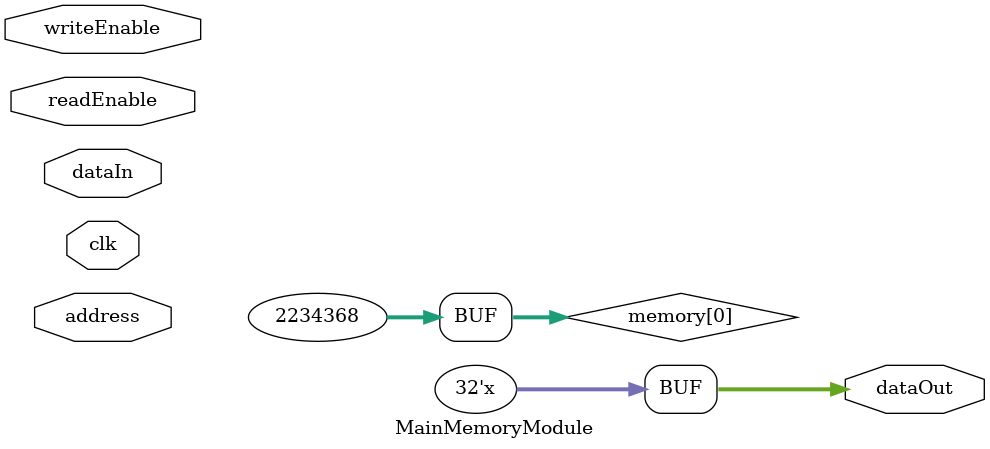
<source format=v>
`timescale 1ns / 1ps

module MainMemoryModule(
    input wire clk,
    input wire [31:0] address,
    input wire readEnable,
    input wire writeEnable,
    input wire [31:0] dataIn,
    output reg [31:0] dataOut
    );
reg [31:0] memory[1024*1024*1024*4-1:0];

always @(address) 
    begin
    memory[0] <= 32'b00000000001000100001100000000000;//ADD R1 and R2 Store in R3
    //memory[0] <= 32'b01011000100000100000000000000001; //sw value of R2 in memory address in R4 
    //  memory[8] <= 32'b00000000001000100001100000000000;
    dataOut = memory[address];
    // $display("address main memory - %b",address);
end

always @(dataIn) 
    begin
    if(writeEnable & !readEnable) begin
        memory[address] = dataIn;
    end 
end

endmodule
</source>
